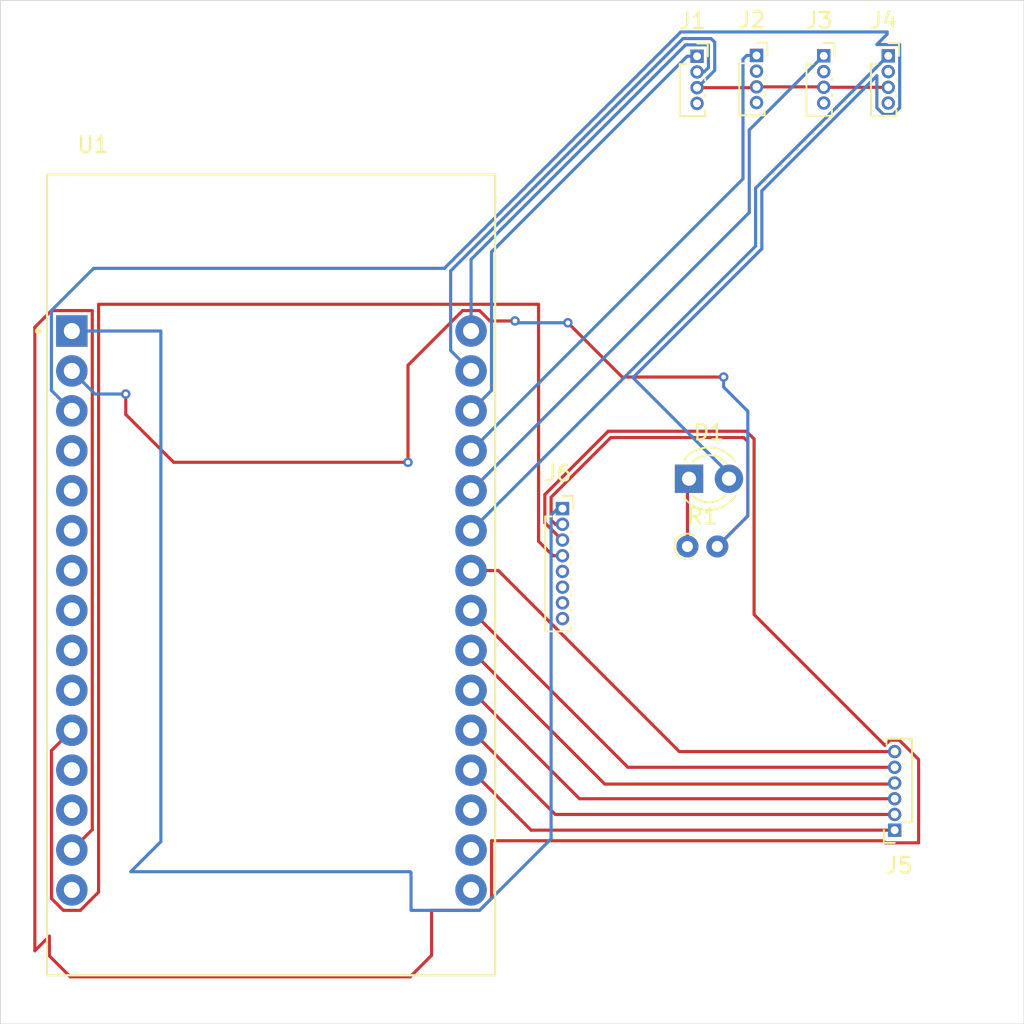
<source format=kicad_pcb>
(kicad_pcb (version 20240108) (generator "pcbnew") (generator_version "8.0")
  (layers (0 "F.Cu" signal) (31 "B.Cu" signal) (34 "B.Paste" user) (35 "F.Paste" user) (36 "B.SilkS" user "B.Silkscreen") (37 "F.SilkS" user "F.Silkscreen") (38 "B.Mask" user) (39 "F.Mask" user) (44 "Edge.Cuts" user))
  (net 0 "")
  (net 1 "Net-(D1-K)")
  (net 2 "/D15")
  (net 3 "/Vin")
  (net 4 "/D13")
  (net 6 "/GND1")
  (net 9 "/D12")
  (net 10 "/D14")
  (net 14 "/D27")
  (net 16 "/D35")
  (net 17 "/D26")
  (net 18 "/D33")
  (net 19 "/D25")
  (net 20 "/D32")
  (net 21 "/D34")
  (net 24 "/3V3")
  (net 25 "/GND")
  (net 27 "/D21")
  (net 28 "/D22")
  (footprint "ESP32-DEVKIT-V1 (1):MODULE_ESP32_DEVKIT_V1" (layer "F.Cu") (at 118.7958 87.0204)
    (property "Reference" "U1" (at -11.355 -27.36 0) (layer "F.SilkS"))
    (property "Value" "ESP32-DEVKIT-V1")
    (fp_line (start -14.28 -25.475) (end -3.211 -25.475) (stroke (width 0.127)) (layer "F.SilkS"))
    (fp_line (start -14.28 -25.475) (end 14.23 -25.475) (stroke (width 0.127)) (layer "F.SilkS"))
    (fp_line (start -14.28 25.475) (end -14.28 -25.475) (stroke (width 0.127)) (layer "F.SilkS"))
    (fp_line (start -14.28 25.475) (end -14.28 -25.475) (stroke (width 0.127)) (layer "F.SilkS"))
    (fp_line (start -14.28 25.475) (end -8.91 25.475) (stroke (width 0.127)) (layer "F.SilkS"))
    (fp_line (start -8.91 25.475) (end 8.78 25.475) (stroke (width 0.127)) (layer "F.SilkS"))
    (fp_line (start -3.211 -25.475) (end 3.5 -25.475) (stroke (width 0.127)) (layer "F.SilkS"))
    (fp_line (start 3.5 -25.475) (end 14.23 -25.475) (stroke (width 0.127)) (layer "F.SilkS"))
    (fp_line (start 8.78 25.475) (end 14.23 25.475) (stroke (width 0.127)) (layer "F.SilkS"))
    (fp_line (start 14.23 -25.475) (end 14.23 25.475) (stroke (width 0.127)) (layer "F.SilkS"))
    (fp_line (start 14.23 -25.475) (end 14.23 25.475) (stroke (width 0.127)) (layer "F.SilkS"))
    (fp_line (start 14.23 25.475) (end -14.28 25.475) (stroke (width 0.127)) (layer "F.SilkS"))
    (fp_circle (center -14.85 -15.515) (end -14.75 -15.515) (stroke (width 0.2)) (fill none) (layer "F.SilkS"))
    (pad "" np_thru_hole circle (at -12.28 -23.475) (size 3 3) (drill 3) (layers "*.Cu" "*.Mask"))
    (pad "" np_thru_hole circle (at -12.28 23.475) (size 3 3) (drill 3) (layers "*.Cu" "*.Mask"))
    (pad "" np_thru_hole circle (at 12.23 -23.475) (size 3 3) (drill 3) (layers "*.Cu" "*.Mask"))
    (pad "" np_thru_hole circle (at 12.23 23.475) (size 3 3) (drill 3) (layers "*.Cu" "*.Mask"))
    (pad "1" thru_hole rect (at -12.7 -15.515) (size 2 2) (drill 1.02) (layers "*.Cu" "*.Mask") (net 24 "/3V3"))
    (pad "2" thru_hole circle (at -12.7 -12.975) (size 2 2) (drill 1.02) (layers "*.Cu" "*.Mask") (net 25 "/GND"))
    (pad "3" thru_hole circle (at -12.7 -10.435) (size 2 2) (drill 1.02) (layers "*.Cu" "*.Mask") (net 2 "/D15"))
    (pad "4" thru_hole circle (at -12.7 -7.895) (size 2 2) (drill 1.02) (layers "*.Cu" "*.Mask"))
    (pad "5" thru_hole circle (at -12.7 -5.355) (size 2 2) (drill 1.02) (layers "*.Cu" "*.Mask"))
    (pad "6" thru_hole circle (at -12.7 -2.815) (size 2 2) (drill 1.02) (layers "*.Cu" "*.Mask"))
    (pad "7" thru_hole circle (at -12.7 -0.275) (size 2 2) (drill 1.02) (layers "*.Cu" "*.Mask"))
    (pad "8" thru_hole circle (at -12.7 2.265) (size 2 2) (drill 1.02) (layers "*.Cu" "*.Mask"))
    (pad "9" thru_hole circle (at -12.7 4.805) (size 2 2) (drill 1.02) (layers "*.Cu" "*.Mask"))
    (pad "10" thru_hole circle (at -12.7 7.345) (size 2 2) (drill 1.02) (layers "*.Cu" "*.Mask"))
    (pad "11" thru_hole circle (at -12.7 9.885) (size 2 2) (drill 1.02) (layers "*.Cu" "*.Mask") (net 27 "/D21"))
    (pad "12" thru_hole circle (at -12.7 12.425) (size 2 2) (drill 1.02) (layers "*.Cu" "*.Mask"))
    (pad "13" thru_hole circle (at -12.7 14.965) (size 2 2) (drill 1.02) (layers "*.Cu" "*.Mask"))
    (pad "14" thru_hole circle (at -12.7 17.505) (size 2 2) (drill 1.02) (layers "*.Cu" "*.Mask") (net 28 "/D22"))
    (pad "15" thru_hole circle (at -12.7 20.045) (size 2 2) (drill 1.02) (layers "*.Cu" "*.Mask"))
    (pad "16" thru_hole circle (at 12.7 20.045) (size 2 2) (drill 1.02) (layers "*.Cu" "*.Mask"))
    (pad "17" thru_hole circle (at 12.7 17.505) (size 2 2) (drill 1.02) (layers "*.Cu" "*.Mask"))
    (pad "18" thru_hole circle (at 12.7 14.965) (size 2 2) (drill 1.02) (layers "*.Cu" "*.Mask"))
    (pad "19" thru_hole circle (at 12.7 12.425) (size 2 2) (drill 1.02) (layers "*.Cu" "*.Mask") (net 21 "/D34"))
    (pad "20" thru_hole circle (at 12.7 9.885) (size 2 2) (drill 1.02) (layers "*.Cu" "*.Mask") (net 16 "/D35"))
    (pad "21" thru_hole circle (at 12.7 7.345) (size 2 2) (drill 1.02) (layers "*.Cu" "*.Mask") (net 20 "/D32"))
    (pad "22" thru_hole circle (at 12.7 4.805) (size 2 2) (drill 1.02) (layers "*.Cu" "*.Mask") (net 18 "/D33"))
    (pad "23" thru_hole circle (at 12.7 2.265) (size 2 2) (drill 1.02) (layers "*.Cu" "*.Mask") (net 19 "/D25"))
    (pad "24" thru_hole circle (at 12.7 -0.275) (size 2 2) (drill 1.02) (layers "*.Cu" "*.Mask") (net 17 "/D26"))
    (pad "25" thru_hole circle (at 12.7 -2.815) (size 2 2) (drill 1.02) (layers "*.Cu" "*.Mask") (net 14 "/D27"))
    (pad "26" thru_hole circle (at 12.7 -5.355) (size 2 2) (drill 1.02) (layers "*.Cu" "*.Mask") (net 10 "/D14"))
    (pad "27" thru_hole circle (at 12.7 -7.895) (size 2 2) (drill 1.02) (layers "*.Cu" "*.Mask") (net 9 "/D12"))
    (pad "28" thru_hole circle (at 12.7 -10.435) (size 2 2) (drill 1.02) (layers "*.Cu" "*.Mask") (net 4 "/D13"))
    (pad "29" thru_hole circle (at 12.7 -12.975) (size 2 2) (drill 1.02) (layers "*.Cu" "*.Mask") (net 6 "/GND1"))
    (pad "30" thru_hole circle (at 12.7 -15.515) (size 2 2) (drill 1.02) (layers "*.Cu" "*.Mask") (net 3 "/Vin"))
  )
  (footprint "Connector_PinSocket_1.00mm:PinSocket_1x04_P1.00mm_Vertical" (layer "F.Cu") (at 153.9346 53.999)
    (property "Reference" "J3" (at -0.29 -2.25 0) (layer "F.SilkS"))
    (property "Value" "Conn_01x04_Socket")
    (fp_line (start -1.1 0.5) (end -1.1 3.81) (stroke (width 0.12)) (layer "F.SilkS"))
    (fp_line (start -1.1 0.5) (end -0.685 0.5) (stroke (width 0.12)) (layer "F.SilkS"))
    (fp_line (start -1.1 3.81) (end 0.52 3.81) (stroke (width 0.12)) (layer "F.SilkS"))
    (fp_line (start 0 -0.81) (end 0.685 -0.81) (stroke (width 0.12)) (layer "F.SilkS"))
    (fp_line (start 0.52 1.445898) (end 0.52 1.554102) (stroke (width 0.12)) (layer "F.SilkS"))
    (fp_line (start 0.52 2.445898) (end 0.52 2.554102) (stroke (width 0.12)) (layer "F.SilkS"))
    (fp_line (start 0.52 3.445898) (end 0.52 3.81) (stroke (width 0.12)) (layer "F.SilkS"))
    (fp_line (start 0.685 -0.81) (end 0.685 0) (stroke (width 0.12)) (layer "F.SilkS"))
    (pad "1" thru_hole rect (at 0 0) (size 0.85 0.85) (drill 0.5) (layers "*.Cu" "*.Mask") (net 10 "/D14"))
    (pad "2" thru_hole oval (at 0 1) (size 0.85 0.85) (drill 0.5) (layers "*.Cu" "*.Mask"))
    (pad "3" thru_hole oval (at 0 2) (size 0.85 0.85) (drill 0.5) (layers "*.Cu" "*.Mask") (net 6 "/GND1"))
    (pad "4" thru_hole oval (at 0 3) (size 0.85 0.85) (drill 0.5) (layers "*.Cu" "*.Mask"))
  )
  (footprint "Resistor_THT:R_Axial_DIN0204_L3.6mm_D1.6mm_P1.90mm_Vertical" (layer "F.Cu") (at 145.2626 85.2138)
    (property "Reference" "R1" (at 0.95 -1.92 0) (layer "F.SilkS"))
    (property "Value" "300ohm")
    (fp_arc (start 0.320095 0.749359) (mid -0.813042 -0.054435) (end 0.417133 -0.7) (stroke (width 0.12)) (layer "F.SilkS"))
    (pad "1" thru_hole circle (at 0 0) (size 1.4 1.4) (drill 0.7) (layers "*.Cu" "*.Mask") (net 1 "Net-(D1-K)"))
    (pad "2" thru_hole oval (at 1.9 0) (size 1.4 1.4) (drill 0.7) (layers "*.Cu" "*.Mask") (net 25 "/GND"))
  )
  (footprint "Connector_PinSocket_1.00mm:PinSocket_1x04_P1.00mm_Vertical" (layer "F.Cu") (at 145.8722 54.023)
    (property "Reference" "J1" (at -0.29 -2.25 0) (layer "F.SilkS"))
    (property "Value" "Conn_01x04_Socket")
    (fp_line (start -1.1 0.5) (end -1.1 3.81) (stroke (width 0.12)) (layer "F.SilkS"))
    (fp_line (start -1.1 0.5) (end -0.685 0.5) (stroke (width 0.12)) (layer "F.SilkS"))
    (fp_line (start -1.1 3.81) (end 0.52 3.81) (stroke (width 0.12)) (layer "F.SilkS"))
    (fp_line (start 0 -0.81) (end 0.685 -0.81) (stroke (width 0.12)) (layer "F.SilkS"))
    (fp_line (start 0.52 1.445898) (end 0.52 1.554102) (stroke (width 0.12)) (layer "F.SilkS"))
    (fp_line (start 0.52 2.445898) (end 0.52 2.554102) (stroke (width 0.12)) (layer "F.SilkS"))
    (fp_line (start 0.52 3.445898) (end 0.52 3.81) (stroke (width 0.12)) (layer "F.SilkS"))
    (fp_line (start 0.685 -0.81) (end 0.685 0) (stroke (width 0.12)) (layer "F.SilkS"))
    (pad "1" thru_hole rect (at 0 0) (size 0.85 0.85) (drill 0.5) (layers "*.Cu" "*.Mask") (net 4 "/D13"))
    (pad "2" thru_hole oval (at 0 1) (size 0.85 0.85) (drill 0.5) (layers "*.Cu" "*.Mask") (net 3 "/Vin"))
    (pad "3" thru_hole oval (at 0 2) (size 0.85 0.85) (drill 0.5) (layers "*.Cu" "*.Mask") (net 6 "/GND1"))
    (pad "4" thru_hole oval (at 0 3) (size 0.85 0.85) (drill 0.5) (layers "*.Cu" "*.Mask"))
  )
  (footprint "Connector_PinSocket_1.00mm:PinSocket_1x04_P1.00mm_Vertical" (layer "F.Cu") (at 158.0388 54.0004)
    (property "Reference" "J4" (at -0.29 -2.25 0) (layer "F.SilkS"))
    (property "Value" "Conn_01x04_Socket")
    (fp_line (start -1.1 0.5) (end -1.1 3.81) (stroke (width 0.12)) (layer "F.SilkS"))
    (fp_line (start -1.1 0.5) (end -0.685 0.5) (stroke (width 0.12)) (layer "F.SilkS"))
    (fp_line (start -1.1 3.81) (end 0.52 3.81) (stroke (width 0.12)) (layer "F.SilkS"))
    (fp_line (start 0 -0.81) (end 0.685 -0.81) (stroke (width 0.12)) (layer "F.SilkS"))
    (fp_line (start 0.52 1.445898) (end 0.52 1.554102) (stroke (width 0.12)) (layer "F.SilkS"))
    (fp_line (start 0.52 2.445898) (end 0.52 2.554102) (stroke (width 0.12)) (layer "F.SilkS"))
    (fp_line (start 0.52 3.445898) (end 0.52 3.81) (stroke (width 0.12)) (layer "F.SilkS"))
    (fp_line (start 0.685 -0.81) (end 0.685 0) (stroke (width 0.12)) (layer "F.SilkS"))
    (pad "1" thru_hole rect (at 0 0) (size 0.85 0.85) (drill 0.5) (layers "*.Cu" "*.Mask") (net 14 "/D27"))
    (pad "2" thru_hole oval (at 0 1) (size 0.85 0.85) (drill 0.5) (layers "*.Cu" "*.Mask"))
    (pad "3" thru_hole oval (at 0 2) (size 0.85 0.85) (drill 0.5) (layers "*.Cu" "*.Mask") (net 6 "/GND1"))
    (pad "4" thru_hole oval (at 0 3) (size 0.85 0.85) (drill 0.5) (layers "*.Cu" "*.Mask"))
  )
  (footprint "Connector_PinSocket_1.00mm:PinSocket_1x06_P1.00mm_Vertical" (layer "F.Cu") (at 158.4452 103.2632 180)
    (property "Reference" "J5" (at -0.29 -2.25 360) (layer "F.SilkS"))
    (property "Value" "Conn_01x06_Socket")
    (fp_line (start 0.685 -0.81) (end 0.685 0) (stroke (width 0.12)) (layer "F.SilkS"))
    (fp_line (start 0.52 5.445898) (end 0.52 5.81) (stroke (width 0.12)) (layer "F.SilkS"))
    (fp_line (start 0.52 4.445898) (end 0.52 4.554102) (stroke (width 0.12)) (layer "F.SilkS"))
    (fp_line (start 0.52 3.445898) (end 0.52 3.554102) (stroke (width 0.12)) (layer "F.SilkS"))
    (fp_line (start 0.52 2.445898) (end 0.52 2.554102) (stroke (width 0.12)) (layer "F.SilkS"))
    (fp_line (start 0.52 1.445898) (end 0.52 1.554102) (stroke (width 0.12)) (layer "F.SilkS"))
    (fp_line (start 0 -0.81) (end 0.685 -0.81) (stroke (width 0.12)) (layer "F.SilkS"))
    (fp_line (start -1.1 5.81) (end 0.52 5.81) (stroke (width 0.12)) (layer "F.SilkS"))
    (fp_line (start -1.1 0.5) (end -0.685 0.5) (stroke (width 0.12)) (layer "F.SilkS"))
    (fp_line (start -1.1 0.5) (end -1.1 5.81) (stroke (width 0.12)) (layer "F.SilkS"))
    (pad "1" thru_hole rect (at 0 0 180) (size 0.85 0.85) (drill 0.5) (layers "*.Cu" "*.Mask") (net 21 "/D34"))
    (pad "2" thru_hole oval (at 0 1 180) (size 0.85 0.85) (drill 0.5) (layers "*.Cu" "*.Mask") (net 16 "/D35"))
    (pad "3" thru_hole oval (at 0 2 180) (size 0.85 0.85) (drill 0.5) (layers "*.Cu" "*.Mask") (net 20 "/D32"))
    (pad "4" thru_hole oval (at 0 3 180) (size 0.85 0.85) (drill 0.5) (layers "*.Cu" "*.Mask") (net 18 "/D33"))
    (pad "5" thru_hole oval (at 0 4 180) (size 0.85 0.85) (drill 0.5) (layers "*.Cu" "*.Mask") (net 19 "/D25"))
    (pad "6" thru_hole oval (at 0 5 180) (size 0.85 0.85) (drill 0.5) (layers "*.Cu" "*.Mask") (net 17 "/D26"))
  )
  (footprint "LED_THT:LED_D3.0mm_FlatTop" (layer "F.Cu") (at 145.3626 80.9038)
    (property "Reference" "D1" (at 1.27 -2.96 0) (layer "F.SilkS"))
    (property "Value" "LED")
    (fp_line (start -0.29 -1.236) (end -0.29 -1.08) (stroke (width 0.12)) (layer "F.SilkS"))
    (fp_line (start -0.29 1.08) (end -0.29 1.236) (stroke (width 0.12)) (layer "F.SilkS"))
    (fp_arc (start -0.29 -1.235516) (mid 1.365624 -1.987701) (end 2.941397 -1.080061) (stroke (width 0.12)) (layer "F.SilkS"))
    (fp_arc (start 0.229039 -1.08) (mid 1.269965 -1.5) (end 2.31091 -1.080049) (stroke (width 0.12)) (layer "F.SilkS"))
    (fp_arc (start 2.31091 1.080049) (mid 1.269965 1.5) (end 0.229039 1.08) (stroke (width 0.12)) (layer "F.SilkS"))
    (fp_arc (start 2.941397 1.080061) (mid 1.365624 1.987701) (end -0.29 1.235516) (stroke (width 0.12)) (layer "F.SilkS"))
    (pad "1" thru_hole rect (at 0 0) (size 1.8 1.8) (drill 0.9) (layers "*.Cu" "*.Mask") (net 1 "Net-(D1-K)"))
    (pad "2" thru_hole circle (at 2.54 0) (size 1.8 1.8) (drill 0.9) (layers "*.Cu" "*.Mask") (net 2 "/D15"))
  )
  (footprint "Connector_PinSocket_1.00mm:PinSocket_1x08_P1.00mm_Vertical" (layer "F.Cu") (at 137.3124 82.804)
    (property "Reference" "J6" (at -0.29 -2.25 0) (layer "F.SilkS"))
    (property "Value" "MPU6050")
    (fp_line (start -1.1 0.5) (end -1.1 7.81) (stroke (width 0.12)) (layer "F.SilkS"))
    (fp_line (start -1.1 0.5) (end -0.685 0.5) (stroke (width 0.12)) (layer "F.SilkS"))
    (fp_line (start -1.1 7.81) (end 0.52 7.81) (stroke (width 0.12)) (layer "F.SilkS"))
    (fp_line (start 0 -0.81) (end 0.685 -0.81) (stroke (width 0.12)) (layer "F.SilkS"))
    (fp_line (start 0.52 1.445898) (end 0.52 1.554102) (stroke (width 0.12)) (layer "F.SilkS"))
    (fp_line (start 0.52 2.445898) (end 0.52 2.554102) (stroke (width 0.12)) (layer "F.SilkS"))
    (fp_line (start 0.52 3.445898) (end 0.52 3.554102) (stroke (width 0.12)) (layer "F.SilkS"))
    (fp_line (start 0.52 4.445898) (end 0.52 4.554102) (stroke (width 0.12)) (layer "F.SilkS"))
    (fp_line (start 0.52 5.445898) (end 0.52 5.554102) (stroke (width 0.12)) (layer "F.SilkS"))
    (fp_line (start 0.52 6.445898) (end 0.52 6.554102) (stroke (width 0.12)) (layer "F.SilkS"))
    (fp_line (start 0.52 7.445898) (end 0.52 7.81) (stroke (width 0.12)) (layer "F.SilkS"))
    (fp_line (start 0.685 -0.81) (end 0.685 0) (stroke (width 0.12)) (layer "F.SilkS"))
    (pad "1" thru_hole rect (at 0 0) (size 0.85 0.85) (drill 0.5) (layers "*.Cu" "*.Mask") (net 24 "/3V3"))
    (pad "2" thru_hole oval (at 0 1) (size 0.85 0.85) (drill 0.5) (layers "*.Cu" "*.Mask") (net 25 "/GND"))
    (pad "3" thru_hole oval (at 0 2) (size 0.85 0.85) (drill 0.5) (layers "*.Cu" "*.Mask") (net 28 "/D22"))
    (pad "4" thru_hole oval (at 0 3) (size 0.85 0.85) (drill 0.5) (layers "*.Cu" "*.Mask") (net 27 "/D21"))
    (pad "5" thru_hole oval (at 0 4) (size 0.85 0.85) (drill 0.5) (layers "*.Cu" "*.Mask"))
    (pad "6" thru_hole oval (at 0 5) (size 0.85 0.85) (drill 0.5) (layers "*.Cu" "*.Mask"))
    (pad "7" thru_hole oval (at 0 6) (size 0.85 0.85) (drill 0.5) (layers "*.Cu" "*.Mask"))
    (pad "8" thru_hole oval (at 0 7) (size 0.85 0.85) (drill 0.5) (layers "*.Cu" "*.Mask"))
  )
  (footprint "Connector_PinSocket_1.00mm:PinSocket_1x04_P1.00mm_Vertical" (layer "F.Cu") (at 149.6568 53.9722)
    (property "Reference" "J2" (at -0.29 -2.25 0) (layer "F.SilkS"))
    (property "Value" "Conn_01x04_Socket")
    (fp_line (start -1.1 0.5) (end -1.1 3.81) (stroke (width 0.12)) (layer "F.SilkS"))
    (fp_line (start -1.1 0.5) (end -0.685 0.5) (stroke (width 0.12)) (layer "F.SilkS"))
    (fp_line (start -1.1 3.81) (end 0.52 3.81) (stroke (width 0.12)) (layer "F.SilkS"))
    (fp_line (start 0 -0.81) (end 0.685 -0.81) (stroke (width 0.12)) (layer "F.SilkS"))
    (fp_line (start 0.52 1.445898) (end 0.52 1.554102) (stroke (width 0.12)) (layer "F.SilkS"))
    (fp_line (start 0.52 2.445898) (end 0.52 2.554102) (stroke (width 0.12)) (layer "F.SilkS"))
    (fp_line (start 0.52 3.445898) (end 0.52 3.81) (stroke (width 0.12)) (layer "F.SilkS"))
    (fp_line (start 0.685 -0.81) (end 0.685 0) (stroke (width 0.12)) (layer "F.SilkS"))
    (pad "1" thru_hole rect (at 0 0) (size 0.85 0.85) (drill 0.5) (layers "*.Cu" "*.Mask") (net 9 "/D12"))
    (pad "2" thru_hole oval (at 0 1) (size 0.85 0.85) (drill 0.5) (layers "*.Cu" "*.Mask"))
    (pad "3" thru_hole oval (at 0 2) (size 0.85 0.85) (drill 0.5) (layers "*.Cu" "*.Mask") (net 6 "/GND1"))
    (pad "4" thru_hole oval (at 0 3) (size 0.85 0.85) (drill 0.5) (layers "*.Cu" "*.Mask"))
  )
  (gr_rect (start 101.5492 50.4698) (end 166.6748 115.5954) (stroke (width 0.05)) (fill none) (layer "Edge.Cuts"))
  (segment (start 145.2626 85.2138) (end 145.2626 81.0038) (width 0.2) (layer "F.Cu") (net 1))
  (segment (start 145.2626 81.0038) (end 145.3626 80.9038) (width 0.2) (layer "F.Cu") (net 1))
  (segment (start 157.3138 55.265781) (end 157.3138 57.300705) (width 0.2) (layer "B.Cu") (net 2))
  (segment (start 147.9026 80.9038) (end 147.9026 80.5818) (width 0.2) (layer "B.Cu") (net 2))
  (segment (start 141.793843 74.473043) (end 149.996 66.270886) (width 0.2) (layer "B.Cu") (net 2))
  (segment (start 149.996 66.270886) (end 149.996 62.583581) (width 0.2) (layer "B.Cu") (net 2))
  (segment (start 144.837428 52.4764) (end 129.7958 67.518028) (width 0.2) (layer "B.Cu") (net 2))
  (segment (start 157.3138 57.300705) (end 157.738495 57.7254) (width 0.2) (layer "B.Cu") (net 2))
  (segment (start 129.7958 67.518028) (end 107.483172 67.518028) (width 0.2) (layer "B.Cu") (net 2))
  (segment (start 104.7958 70.2054) (end 104.7958 75.2854) (width 0.2) (layer "B.Cu") (net 2))
  (segment (start 107.483172 67.518028) (end 104.7958 70.2054) (width 0.2) (layer "B.Cu") (net 2))
  (segment (start 157.9648 52.6244) (end 157.9648 52.4764) (width 0.2) (layer "B.Cu") (net 2))
  (segment (start 158.339105 57.7254) (end 158.7638 57.300705) (width 0.2) (layer "B.Cu") (net 2))
  (segment (start 158.7638 53.2754) (end 157.3138 53.2754) (width 0.2) (layer "B.Cu") (net 2))
  (segment (start 157.9648 52.4764) (end 144.837428 52.4764) (width 0.2) (layer "B.Cu") (net 2))
  (segment (start 158.7638 57.300705) (end 158.7638 53.2754) (width 0.2) (layer "B.Cu") (net 2))
  (segment (start 104.7958 75.2854) (end 106.0958 76.5854) (width 0.2) (layer "B.Cu") (net 2))
  (segment (start 157.3138 53.2754) (end 157.9648 52.6244) (width 0.2) (layer "B.Cu") (net 2))
  (segment (start 147.9026 80.5818) (end 141.793843 74.473043) (width 0.2) (layer "B.Cu") (net 2))
  (segment (start 157.738495 57.7254) (end 158.339105 57.7254) (width 0.2) (layer "B.Cu") (net 2))
  (segment (start 149.996 62.583581) (end 157.3138 55.265781) (width 0.2) (layer "B.Cu") (net 2))
  (segment (start 146.5972 53.298) (end 145.1472 53.298) (width 0.2) (layer "B.Cu") (net 3))
  (segment (start 145.8722 55.023) (end 146.3222 55.023) (width 0.2) (layer "B.Cu") (net 3))
  (segment (start 145.1472 53.298) (end 131.4958 66.9494) (width 0.2) (layer "B.Cu") (net 3))
  (segment (start 131.4958 66.9494) (end 131.4958 71.5054) (width 0.2) (layer "B.Cu") (net 3))
  (segment (start 146.3222 55.023) (end 146.5972 54.748) (width 0.2) (layer "B.Cu") (net 3))
  (segment (start 146.5972 54.748) (end 146.5972 53.298) (width 0.2) (layer "B.Cu") (net 3))
  (segment (start 145.2472 54.023) (end 132.7958 66.4744) (width 0.2) (layer "B.Cu") (net 4))
  (segment (start 145.8722 54.023) (end 145.2472 54.023) (width 0.2) (layer "B.Cu") (net 4))
  (segment (start 132.7958 66.4744) (end 132.7958 75.2854) (width 0.2) (layer "B.Cu") (net 4))
  (segment (start 132.7958 75.2854) (end 131.4958 76.5854) (width 0.2) (layer "B.Cu") (net 4))
  (segment (start 149.606 56.023) (end 149.6568 55.9722) (width 0.2) (layer "F.Cu") (net 6))
  (segment (start 157.7768 55.999) (end 153.9346 55.999) (width 0.2) (layer "F.Cu") (net 6))
  (segment (start 149.6568 55.9722) (end 153.9078 55.9722) (width 0.2) (layer "F.Cu") (net 6))
  (segment (start 153.9078 55.9722) (end 153.9346 55.999) (width 0.2) (layer "F.Cu") (net 6))
  (segment (start 157.7782 56.0004) (end 157.7768 55.999) (width 0.2) (layer "F.Cu") (net 6))
  (segment (start 145.8722 56.023) (end 149.606 56.023) (width 0.2) (layer "F.Cu") (net 6))
  (segment (start 158.0388 56.0004) (end 157.7782 56.0004) (width 0.2) (layer "F.Cu") (net 6))
  (segment (start 130.1958 67.683714) (end 130.1958 72.7454) (width 0.2) (layer "B.Cu") (net 6))
  (segment (start 130.1958 72.7454) (end 131.4958 74.0454) (width 0.2) (layer "B.Cu") (net 6))
  (segment (start 145.897505 56.023) (end 146.9972 54.923305) (width 0.2) (layer "B.Cu") (net 6))
  (segment (start 146.9972 53.132315) (end 146.762885 52.898) (width 0.2) (layer "B.Cu") (net 6))
  (segment (start 146.762885 52.898) (end 144.981514 52.898) (width 0.2) (layer "B.Cu") (net 6))
  (segment (start 146.9972 54.923305) (end 146.9972 53.132315) (width 0.2) (layer "B.Cu") (net 6))
  (segment (start 145.8722 56.023) (end 145.897505 56.023) (width 0.2) (layer "B.Cu") (net 6))
  (segment (start 144.981514 52.898) (end 130.1958 67.683714) (width 0.2) (layer "B.Cu") (net 6))
  (segment (start 148.796 54.208) (end 148.796 61.8252) (width 0.2) (layer "B.Cu") (net 9))
  (segment (start 148.796 61.8252) (end 131.4958 79.1254) (width 0.2) (layer "B.Cu") (net 9))
  (segment (start 149.0318 53.9722) (end 148.796 54.208) (width 0.2) (layer "B.Cu") (net 9))
  (segment (start 149.6568 53.9722) (end 149.0318 53.9722) (width 0.2) (layer "B.Cu") (net 9))
  (segment (start 153.9346 53.999) (end 153.909295 53.999) (width 0.2) (layer "B.Cu") (net 10))
  (segment (start 153.909295 53.999) (end 149.196 58.712295) (width 0.2) (layer "B.Cu") (net 10))
  (segment (start 149.196 63.9652) (end 131.4958 81.6654) (width 0.2) (layer "B.Cu") (net 10))
  (segment (start 149.196 58.712295) (end 149.196 63.9652) (width 0.2) (layer "B.Cu") (net 10))
  (segment (start 149.596 62.417895) (end 149.596 66.1052) (width 0.2) (layer "B.Cu") (net 14))
  (segment (start 149.596 66.1052) (end 131.4958 84.2054) (width 0.2) (layer "B.Cu") (net 14))
  (segment (start 158.013495 54.0004) (end 149.596 62.417895) (width 0.2) (layer "B.Cu") (net 14))
  (segment (start 158.0388 54.0004) (end 158.013495 54.0004) (width 0.2) (layer "B.Cu") (net 14))
  (segment (start 158.4452 102.2632) (end 136.8536 102.2632) (width 0.2) (layer "F.Cu") (net 16))
  (segment (start 136.8536 102.2632) (end 131.4958 96.9054) (width 0.2) (layer "F.Cu") (net 16))
  (segment (start 144.746295 98.2632) (end 133.228495 86.7454) (width 0.2) (layer "F.Cu") (net 17))
  (segment (start 133.228495 86.7454) (end 131.4958 86.7454) (width 0.2) (layer "F.Cu") (net 17))
  (segment (start 158.4452 98.2632) (end 144.746295 98.2632) (width 0.2) (layer "F.Cu") (net 17))
  (segment (start 131.4958 91.8254) (end 140.0004 100.33) (width 0.2) (layer "F.Cu") (net 18))
  (segment (start 140.0004 100.33) (end 158.3784 100.33) (width 0.2) (layer "F.Cu") (net 18))
  (segment (start 158.3784 100.33) (end 158.4452 100.2632) (width 0.2) (layer "F.Cu") (net 18))
  (segment (start 141.4736 99.2632) (end 158.4452 99.2632) (width 0.2) (layer "F.Cu") (net 19))
  (segment (start 131.4958 89.2854) (end 141.4736 99.2632) (width 0.2) (layer "F.Cu") (net 19))
  (segment (start 131.4958 94.3654) (end 138.3936 101.2632) (width 0.2) (layer "F.Cu") (net 20))
  (segment (start 138.3936 101.2632) (end 158.4452 101.2632) (width 0.2) (layer "F.Cu") (net 20))
  (segment (start 158.4452 103.2632) (end 135.3136 103.2632) (width 0.2) (layer "F.Cu") (net 21))
  (segment (start 135.3136 103.2632) (end 131.4958 99.4454) (width 0.2) (layer "F.Cu") (net 21))
  (segment (start 136.5874 83.2196) (end 136.5874 103.812278) (width 0.2) (layer "B.Cu") (net 24))
  (segment (start 109.844378 105.9054) (end 111.76 103.989778) (width 0.2) (layer "B.Cu") (net 24))
  (segment (start 137.3124 82.804) (end 137.003 82.804) (width 0.2) (layer "B.Cu") (net 24))
  (segment (start 132.034278 108.3654) (end 127.6758 108.3654) (width 0.2) (layer "B.Cu") (net 24))
  (segment (start 127.6758 105.963978) (end 127.617222 105.9054) (width 0.2) (layer "B.Cu") (net 24))
  (segment (start 127.617222 105.9054) (end 109.844378 105.9054) (width 0.2) (layer "B.Cu") (net 24))
  (segment (start 127.6758 108.3654) (end 127.6758 105.963978) (width 0.2) (layer "B.Cu") (net 24))
  (segment (start 136.5874 103.812278) (end 132.034278 108.3654) (width 0.2) (layer "B.Cu") (net 24))
  (segment (start 137.003 82.804) (end 136.5874 83.2196) (width 0.2) (layer "B.Cu") (net 24))
  (segment (start 111.76 71.5054) (end 106.0958 71.5054) (width 0.2) (layer "B.Cu") (net 24))
  (segment (start 111.76 103.989778) (end 111.76 71.5054) (width 0.2) (layer "B.Cu") (net 24))
  (segment (start 127.4826 79.8576) (end 112.5728 79.8576) (width 0.2) (layer "F.Cu") (net 25))
  (segment (start 134.2898 70.866) (end 132.694878 70.866) (width 0.2) (layer "F.Cu") (net 25))
  (segment (start 148.844 78.2828) (end 140.3836 78.2828) (width 0.2) (layer "F.Cu") (net 25))
  (segment (start 130.957322 70.2054) (end 127.4826 73.680122) (width 0.2) (layer "F.Cu") (net 25))
  (segment (start 112.5728 79.8576) (end 109.5248 76.8096) (width 0.2) (layer "F.Cu") (net 25))
  (segment (start 140.3836 78.2828) (end 136.5874 82.079) (width 0.2) (layer "F.Cu") (net 25))
  (segment (start 109.5248 76.8096) (end 109.5248 75.5142) (width 0.2) (layer "F.Cu") (net 25))
  (segment (start 136.5874 82.079) (end 136.5874 83.529) (width 0.2) (layer "F.Cu") (net 25))
  (segment (start 132.034278 70.2054) (end 130.957322 70.2054) (width 0.2) (layer "F.Cu") (net 25))
  (segment (start 136.8624 83.804) (end 137.3124 83.804) (width 0.2) (layer "F.Cu") (net 25))
  (segment (start 147.1626 85.2138) (end 149.1026 83.2738) (width 0.2) (layer "F.Cu") (net 25))
  (segment (start 137.6553 70.9803) (end 137.6426 70.9676) (width 0.2) (layer "F.Cu") (net 25))
  (segment (start 149.1026 83.2738) (end 149.1026 78.5414) (width 0.2) (layer "F.Cu") (net 25))
  (segment (start 141.108626 74.433626) (end 137.6553 70.9803) (width 0.2) (layer "F.Cu") (net 25))
  (segment (start 136.5874 83.529) (end 136.8624 83.804) (width 0.2) (layer "F.Cu") (net 25))
  (segment (start 132.694878 70.866) (end 132.034278 70.2054) (width 0.2) (layer "F.Cu") (net 25))
  (segment (start 149.1026 78.5414) (end 148.844 78.2828) (width 0.2) (layer "F.Cu") (net 25))
  (segment (start 147.5644 74.433626) (end 141.108626 74.433626) (width 0.2) (layer "F.Cu") (net 25))
  (segment (start 127.4826 73.680122) (end 127.4826 79.8576) (width 0.2) (layer "F.Cu") (net 25))
  (via (at 109.5248 75.5142) (size 0.6) (drill 0.3) (layers "F.Cu" "B.Cu") (net 25))
  (via (at 127.4826 79.8576) (size 0.6) (drill 0.3) (layers "F.Cu" "B.Cu") (net 25))
  (via (at 147.5644 74.433626) (size 0.6) (drill 0.3) (layers "F.Cu" "B.Cu") (net 25))
  (via (at 106.0958 74.0454) (size 0.6) (drill 0.3) (layers "F.Cu" "B.Cu") (net 25))
  (via (at 134.2898 70.866) (size 0.6) (drill 0.3) (layers "F.Cu" "B.Cu") (net 25))
  (via (at 137.6553 70.9803) (size 0.6) (drill 0.3) (layers "F.Cu" "B.Cu") (net 25))
  (segment (start 107.5646 75.5142) (end 109.5248 75.5142) (width 0.2) (layer "B.Cu") (net 25))
  (segment (start 106.0958 74.0454) (end 107.5646 75.5142) (width 0.2) (layer "B.Cu") (net 25))
  (segment (start 134.4041 70.9803) (end 137.6553 70.9803) (width 0.2) (layer "B.Cu") (net 25))
  (segment (start 134.2898 70.866) (end 134.4041 70.9803) (width 0.2) (layer "B.Cu") (net 25))
  (segment (start 149.1026 76.610543) (end 147.5644 75.072343) (width 0.2) (layer "B.Cu") (net 25))
  (segment (start 147.1626 85.2138) (end 149.1026 83.2738) (width 0.2) (layer "B.Cu") (net 25))
  (segment (start 149.1026 83.2738) (end 149.1026 76.610543) (width 0.2) (layer "B.Cu") (net 25))
  (segment (start 147.5644 75.072343) (end 147.5644 74.433626) (width 0.2) (layer "B.Cu") (net 25))
  (segment (start 134.2898 70.866) (end 134.2136 70.9422) (width 0.2) (layer "B.Cu") (net 25))
  (segment (start 107.7958 107.203878) (end 106.634278 108.3654) (width 0.2) (layer "F.Cu") (net 27))
  (segment (start 105.557322 108.3654) (end 104.7958 107.603878) (width 0.2) (layer "F.Cu") (net 27))
  (segment (start 135.7874 69.8054) (end 107.7958 69.8054) (width 0.2) (layer "F.Cu") (net 27))
  (segment (start 104.7958 107.603878) (end 104.7958 98.2054) (width 0.2) (layer "F.Cu") (net 27))
  (segment (start 104.7958 98.2054) (end 106.0958 96.9054) (width 0.2) (layer "F.Cu") (net 27))
  (segment (start 136.71136 85.804) (end 135.7874 84.88004) (width 0.2) (layer "F.Cu") (net 27))
  (segment (start 107.7958 69.8054) (end 107.7958 107.203878) (width 0.2) (layer "F.Cu") (net 27))
  (segment (start 106.634278 108.3654) (end 105.557322 108.3654) (width 0.2) (layer "F.Cu") (net 27))
  (segment (start 137.3124 85.804) (end 136.71136 85.804) (width 0.2) (layer "F.Cu") (net 27))
  (segment (start 135.7874 84.88004) (end 135.7874 69.8054) (width 0.2) (layer "F.Cu") (net 27))
  (segment (start 132.7958 107.603878) (end 132.7958 103.9368) (width 0.2) (layer "F.Cu") (net 28))
  (segment (start 140.217914 77.8828) (end 136.1874 81.913314) (width 0.2) (layer "F.Cu") (net 28))
  (segment (start 105.999505 112.5954) (end 127.617222 112.5954) (width 0.2) (layer "F.Cu") (net 28))
  (segment (start 106.0958 104.5254) (end 107.3958 103.2254) (width 0.2) (layer "F.Cu") (net 28))
  (segment (start 157.819895 97.8632) (end 149.5026 89.545905) (width 0.2) (layer "F.Cu") (net 28))
  (segment (start 137.287095 84.804) (end 137.3124 84.804) (width 0.2) (layer "F.Cu") (net 28))
  (segment (start 136.1874 83.704305) (end 137.287095 84.804) (width 0.2) (layer "F.Cu") (net 28))
  (segment (start 136.1874 81.913314) (end 136.1874 83.704305) (width 0.2) (layer "F.Cu") (net 28))
  (segment (start 157.854086 104.070686) (end 159.9692 104.070686) (width 0.2) (layer "F.Cu") (net 28))
  (segment (start 157.7202 103.9368) (end 157.854086 104.070686) (width 0.2) (layer "F.Cu") (net 28))
  (segment (start 149.009686 77.8828) (end 140.217914 77.8828) (width 0.2) (layer "F.Cu") (net 28))
  (segment (start 158.745505 97.5382) (end 158.144895 97.5382) (width 0.2) (layer "F.Cu") (net 28))
  (segment (start 159.9692 98.761895) (end 158.745505 97.5382) (width 0.2) (layer "F.Cu") (net 28))
  (segment (start 132.7958 103.9368) (end 157.7202 103.9368) (width 0.2) (layer "F.Cu") (net 28))
  (segment (start 158.144895 97.5382) (end 157.819895 97.8632) (width 0.2) (layer "F.Cu") (net 28))
  (segment (start 104.6658 110.009286) (end 104.6658 111.261695) (width 0.2) (layer "F.Cu") (net 28))
  (segment (start 107.3958 70.2054) (end 104.7958 70.2054) (width 0.2) (layer "F.Cu") (net 28))
  (segment (start 103.74 71.2612) (end 103.74 110.935086) (width 0.2) (layer "F.Cu") (net 28))
  (segment (start 128.9802 108.3654) (end 132.034278 108.3654) (width 0.2) (layer "F.Cu") (net 28))
  (segment (start 127.617222 112.5954) (end 128.9802 111.232422) (width 0.2) (layer "F.Cu") (net 28))
  (segment (start 104.7958 70.2054) (end 103.74 71.2612) (width 0.2) (layer "F.Cu") (net 28))
  (segment (start 132.034278 108.3654) (end 132.7958 107.603878) (width 0.2) (layer "F.Cu") (net 28))
  (segment (start 149.5026 89.545905) (end 149.5026 78.375714) (width 0.2) (layer "F.Cu") (net 28))
  (segment (start 149.5026 78.375714) (end 149.009686 77.8828) (width 0.2) (layer "F.Cu") (net 28))
  (segment (start 128.9802 111.232422) (end 128.9802 108.3654) (width 0.2) (layer "F.Cu") (net 28))
  (segment (start 159.9692 104.070686) (end 159.9692 98.761895) (width 0.2) (layer "F.Cu") (net 28))
  (segment (start 107.3958 103.2254) (end 107.3958 70.2054) (width 0.2) (layer "F.Cu") (net 28))
  (segment (start 103.74 110.935086) (end 104.6658 110.009286) (width 0.2) (layer "F.Cu") (net 28))
  (segment (start 104.6658 111.261695) (end 105.999505 112.5954) (width 0.2) (layer "F.Cu") (net 28))
)
</source>
